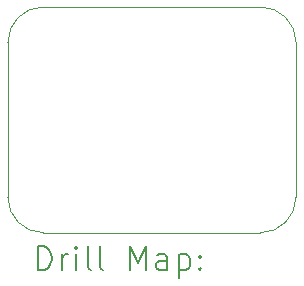
<source format=gbr>
%TF.GenerationSoftware,KiCad,Pcbnew,8.0.3*%
%TF.CreationDate,2025-02-28T01:09:05-06:00*%
%TF.ProjectId,HearingAid_Right,48656172-696e-4674-9169-645f52696768,rev?*%
%TF.SameCoordinates,Original*%
%TF.FileFunction,Drillmap*%
%TF.FilePolarity,Positive*%
%FSLAX45Y45*%
G04 Gerber Fmt 4.5, Leading zero omitted, Abs format (unit mm)*
G04 Created by KiCad (PCBNEW 8.0.3) date 2025-02-28 01:09:05*
%MOMM*%
%LPD*%
G01*
G04 APERTURE LIST*
%ADD10C,0.100000*%
%ADD11C,0.200000*%
G04 APERTURE END LIST*
D10*
X13131779Y-6087009D02*
X13131779Y-6087009D01*
G75*
G02*
X13431779Y-6387009I1J-300001D01*
G01*
X13430779Y-7698745D01*
G75*
G02*
X13130779Y-7998745I-299999J5D01*
G01*
X11291245Y-7998211D01*
G75*
G02*
X10991911Y-7698877I5J299331D01*
G01*
X10992043Y-6387009D01*
G75*
G02*
X11292043Y-6087009I299997J-1D01*
G01*
X13131779Y-6087009D01*
D11*
X11247688Y-8315229D02*
X11247688Y-8115229D01*
X11247688Y-8115229D02*
X11295307Y-8115229D01*
X11295307Y-8115229D02*
X11323878Y-8124753D01*
X11323878Y-8124753D02*
X11342926Y-8143800D01*
X11342926Y-8143800D02*
X11352450Y-8162848D01*
X11352450Y-8162848D02*
X11361974Y-8200943D01*
X11361974Y-8200943D02*
X11361974Y-8229515D01*
X11361974Y-8229515D02*
X11352450Y-8267610D01*
X11352450Y-8267610D02*
X11342926Y-8286657D01*
X11342926Y-8286657D02*
X11323878Y-8305705D01*
X11323878Y-8305705D02*
X11295307Y-8315229D01*
X11295307Y-8315229D02*
X11247688Y-8315229D01*
X11447688Y-8315229D02*
X11447688Y-8181895D01*
X11447688Y-8219991D02*
X11457212Y-8200943D01*
X11457212Y-8200943D02*
X11466735Y-8191419D01*
X11466735Y-8191419D02*
X11485783Y-8181895D01*
X11485783Y-8181895D02*
X11504831Y-8181895D01*
X11571497Y-8315229D02*
X11571497Y-8181895D01*
X11571497Y-8115229D02*
X11561974Y-8124753D01*
X11561974Y-8124753D02*
X11571497Y-8134276D01*
X11571497Y-8134276D02*
X11581021Y-8124753D01*
X11581021Y-8124753D02*
X11571497Y-8115229D01*
X11571497Y-8115229D02*
X11571497Y-8134276D01*
X11695307Y-8315229D02*
X11676259Y-8305705D01*
X11676259Y-8305705D02*
X11666735Y-8286657D01*
X11666735Y-8286657D02*
X11666735Y-8115229D01*
X11800069Y-8315229D02*
X11781021Y-8305705D01*
X11781021Y-8305705D02*
X11771497Y-8286657D01*
X11771497Y-8286657D02*
X11771497Y-8115229D01*
X12028640Y-8315229D02*
X12028640Y-8115229D01*
X12028640Y-8115229D02*
X12095307Y-8258086D01*
X12095307Y-8258086D02*
X12161974Y-8115229D01*
X12161974Y-8115229D02*
X12161974Y-8315229D01*
X12342926Y-8315229D02*
X12342926Y-8210467D01*
X12342926Y-8210467D02*
X12333402Y-8191419D01*
X12333402Y-8191419D02*
X12314355Y-8181895D01*
X12314355Y-8181895D02*
X12276259Y-8181895D01*
X12276259Y-8181895D02*
X12257212Y-8191419D01*
X12342926Y-8305705D02*
X12323878Y-8315229D01*
X12323878Y-8315229D02*
X12276259Y-8315229D01*
X12276259Y-8315229D02*
X12257212Y-8305705D01*
X12257212Y-8305705D02*
X12247688Y-8286657D01*
X12247688Y-8286657D02*
X12247688Y-8267610D01*
X12247688Y-8267610D02*
X12257212Y-8248562D01*
X12257212Y-8248562D02*
X12276259Y-8239038D01*
X12276259Y-8239038D02*
X12323878Y-8239038D01*
X12323878Y-8239038D02*
X12342926Y-8229515D01*
X12438164Y-8181895D02*
X12438164Y-8381895D01*
X12438164Y-8191419D02*
X12457212Y-8181895D01*
X12457212Y-8181895D02*
X12495307Y-8181895D01*
X12495307Y-8181895D02*
X12514355Y-8191419D01*
X12514355Y-8191419D02*
X12523878Y-8200943D01*
X12523878Y-8200943D02*
X12533402Y-8219991D01*
X12533402Y-8219991D02*
X12533402Y-8277134D01*
X12533402Y-8277134D02*
X12523878Y-8296181D01*
X12523878Y-8296181D02*
X12514355Y-8305705D01*
X12514355Y-8305705D02*
X12495307Y-8315229D01*
X12495307Y-8315229D02*
X12457212Y-8315229D01*
X12457212Y-8315229D02*
X12438164Y-8305705D01*
X12619116Y-8296181D02*
X12628640Y-8305705D01*
X12628640Y-8305705D02*
X12619116Y-8315229D01*
X12619116Y-8315229D02*
X12609593Y-8305705D01*
X12609593Y-8305705D02*
X12619116Y-8296181D01*
X12619116Y-8296181D02*
X12619116Y-8315229D01*
X12619116Y-8191419D02*
X12628640Y-8200943D01*
X12628640Y-8200943D02*
X12619116Y-8210467D01*
X12619116Y-8210467D02*
X12609593Y-8200943D01*
X12609593Y-8200943D02*
X12619116Y-8191419D01*
X12619116Y-8191419D02*
X12619116Y-8210467D01*
M02*

</source>
